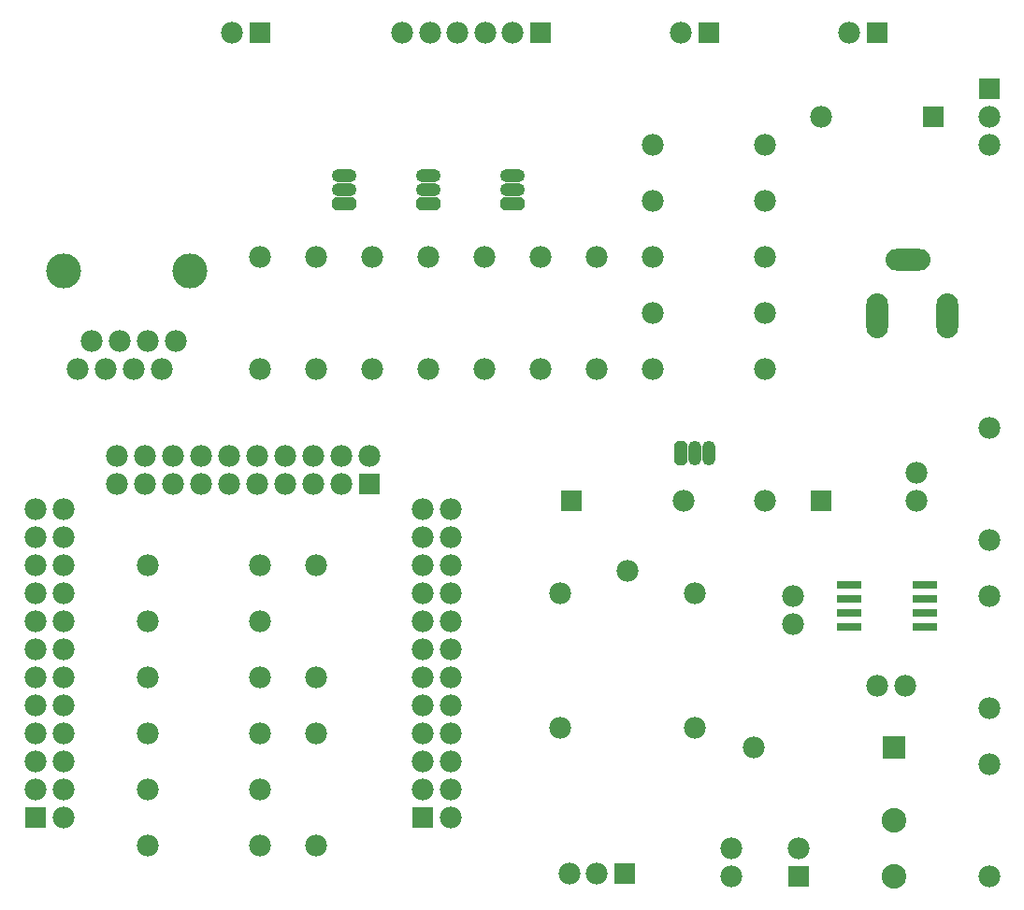
<source format=gbr>
G04 DipTrace 3.3.1.3*
G04 TopMask.gbr*
%MOIN*%
G04 #@! TF.FileFunction,Soldermask,Top*
G04 #@! TF.Part,Single*
%AMOUTLINE1*
4,1,4,
0.03894,-0.03894,
-0.03894,-0.03894,
-0.03894,0.03894,
0.03894,0.03894,
0.03894,-0.03894,
0*%
%AMOUTLINE4*
4,1,8,
0.03116,-0.023625,
0.04331,-0.011475,
0.04331,0.011475,
0.03116,0.023625,
-0.03116,0.023625,
-0.04331,0.011475,
-0.04331,-0.011475,
-0.03116,-0.023625,
0.03116,-0.023625,
0*%
%AMOUTLINE7*
4,1,8,
-0.023625,-0.03116,
-0.011475,-0.04331,
0.011475,-0.04331,
0.023625,-0.03116,
0.023625,0.03116,
0.011475,0.04331,
-0.011475,0.04331,
-0.023625,0.03116,
-0.023625,-0.03116,
0*%
%ADD27C,0.125*%
%ADD34R,0.08662X0.031502*%
%ADD36O,0.04688X0.08888*%
%ADD38O,0.08888X0.04688*%
%ADD40C,0.08788*%
%ADD42O,0.15988X0.07788*%
%ADD44O,0.07788X0.15988*%
%ADD46C,0.07788*%
%ADD48C,0.07788*%
%ADD50R,0.07788X0.07788*%
%ADD54OUTLINE1*%
%ADD57OUTLINE4*%
%ADD60OUTLINE7*%
%FSLAX26Y26*%
G04*
G70*
G90*
G75*
G01*
G04 TopMask*
%LPD*%
D50*
X3383700Y1953700D3*
D48*
X3183700D3*
D46*
X3283700Y1513700D3*
Y1613700D3*
X3723700Y2053700D3*
Y1953700D3*
X3583700Y1293700D3*
X3683700D3*
D50*
X3303700Y613700D3*
D48*
Y713700D3*
D46*
X3063700D3*
Y613700D3*
D54*
X3643700Y1073700D3*
D46*
X3143700D3*
D50*
X3783700Y3323700D3*
D48*
X3383700D3*
D50*
X2493700Y1953700D3*
D48*
X2893700D3*
X1083700Y2523700D3*
X983700D3*
X883700D3*
X783700D3*
X733700Y2423700D3*
X833700D3*
X933700D3*
X1033700D3*
D27*
X1133700Y2773700D3*
X683700D3*
D44*
X3583700Y2613700D3*
X3833700D3*
D42*
X3693700Y2813700D3*
D50*
X2383700Y3623700D3*
D48*
X2285300D3*
X2186899D3*
X2088501D3*
X1990100D3*
X1891700D3*
D50*
X1383700D3*
D48*
X1285301D3*
D50*
X2983700D3*
D48*
X2885301D3*
D50*
X3583700D3*
D48*
X3485301D3*
D50*
X2683700Y623700D3*
D48*
X2585300D3*
X2486899D3*
X2933700Y1623700D3*
Y1143700D3*
X2453700D3*
X2693700Y1703700D3*
X2453700Y1623700D3*
D40*
X3643700Y813699D3*
Y613699D3*
D57*
X1983700Y3013700D3*
D38*
Y3063700D3*
Y3113700D3*
D57*
X1683700Y3013700D3*
D38*
Y3063700D3*
Y3113700D3*
D57*
X2283700Y3013700D3*
D38*
Y3063700D3*
Y3113700D3*
D50*
X3983700Y3423700D3*
D48*
Y3323700D3*
Y3223700D3*
D60*
X2883700Y2123700D3*
D36*
X2933700D3*
X2983700D3*
D48*
X3983700Y613700D3*
Y1013700D3*
Y1613700D3*
Y1213700D3*
Y2213700D3*
Y1813700D3*
X3183700Y2823700D3*
X2783700D3*
X2183700Y2423700D3*
Y2823700D3*
X1383700Y1123700D3*
X983700D3*
X3183700Y2623700D3*
X2783700D3*
X1983700Y2423700D3*
Y2823700D3*
X1383700Y1323700D3*
X983700D3*
X1783700Y2423700D3*
Y2823700D3*
X1583700Y2423700D3*
Y2823700D3*
X983700Y923700D3*
X1383700D3*
X2383700Y2823700D3*
Y2423700D3*
X2583700D3*
Y2823700D3*
X2783700Y3023700D3*
X3183700D3*
Y3223700D3*
X2783700D3*
X1383700Y1523700D3*
X983700D3*
X1583700Y1723700D3*
Y1323700D3*
X1383700Y723700D3*
X983700D3*
Y1723700D3*
X1383700D3*
Y2823700D3*
Y2423700D3*
X2783700D3*
X3183700D3*
X1583700Y723700D3*
Y1123700D3*
D34*
X3483700Y1653700D3*
Y1603700D3*
Y1553700D3*
Y1503700D3*
X3755039D3*
Y1553700D3*
Y1603700D3*
Y1653700D3*
D46*
X683700Y823700D3*
Y923700D3*
Y1023700D3*
Y1123700D3*
Y1223700D3*
Y1323700D3*
Y1423700D3*
Y1523700D3*
Y1623700D3*
Y1723700D3*
D50*
X583700Y823700D3*
D46*
Y923700D3*
Y1023700D3*
Y1123700D3*
Y1223700D3*
Y1323700D3*
Y1423700D3*
Y1523700D3*
Y1623700D3*
Y1723700D3*
X683700Y1823700D3*
Y1923700D3*
X583700Y1823700D3*
Y1923700D3*
X1773700Y2113700D3*
X1673700D3*
X1573700D3*
X1473700D3*
X1373700D3*
X1273700D3*
X1173700D3*
X1073700D3*
X973700D3*
X873700D3*
X2063700Y823700D3*
Y923700D3*
Y1023700D3*
Y1123700D3*
Y1223700D3*
Y1323700D3*
Y1423700D3*
Y1523700D3*
Y1623700D3*
Y1723700D3*
D50*
X1773700Y2013700D3*
D46*
X1673700D3*
X1573700D3*
X1473700D3*
X1373700D3*
X1273700D3*
X1173700D3*
X1073700D3*
X973700D3*
X873700D3*
D50*
X1963700Y823700D3*
D46*
Y923700D3*
Y1023700D3*
Y1123700D3*
Y1223700D3*
Y1323700D3*
Y1423700D3*
Y1523700D3*
Y1623700D3*
Y1723700D3*
X2063700Y1823700D3*
Y1923700D3*
X1963700Y1823700D3*
Y1923700D3*
M02*

</source>
